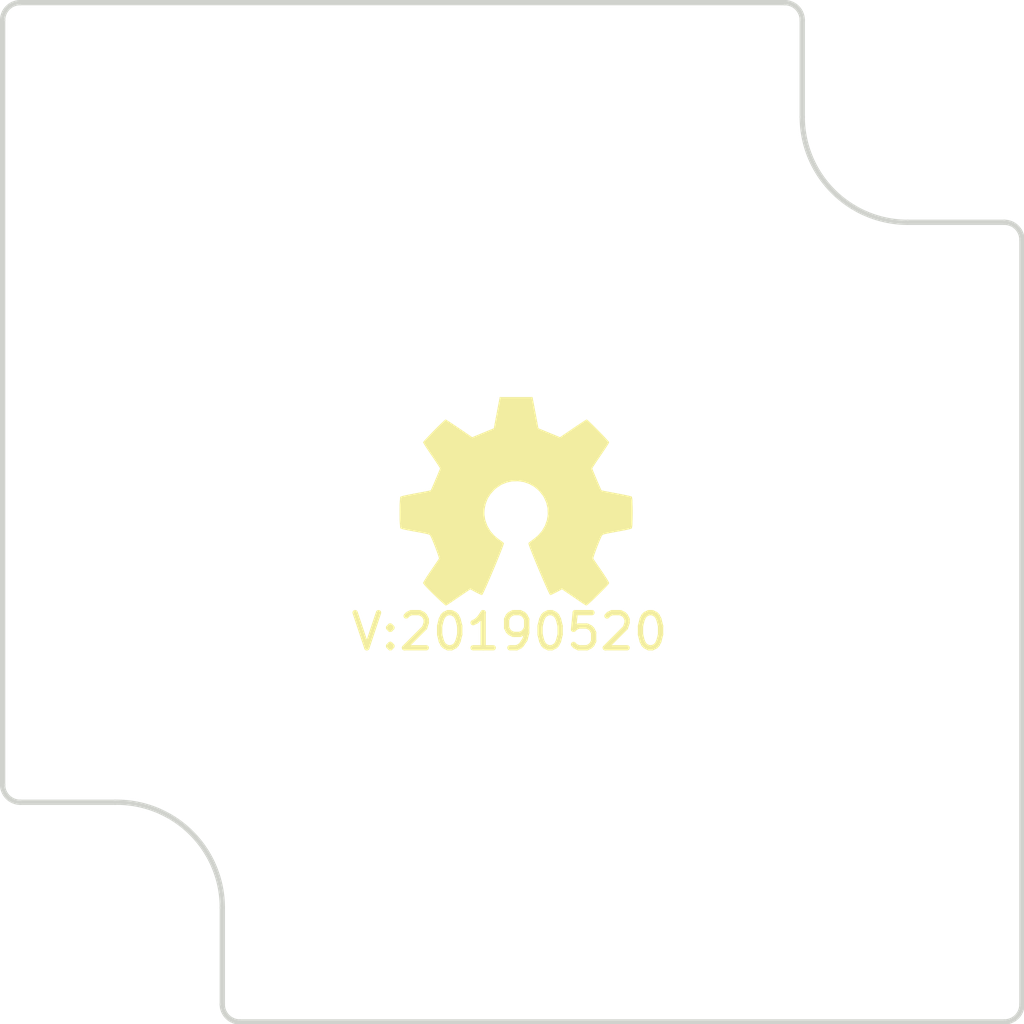
<source format=kicad_pcb>
(kicad_pcb (version 20171130) (host pcbnew 5.1.2-f72e74a~84~ubuntu18.04.1)

  (general
    (thickness 1.6)
    (drawings 16)
    (tracks 0)
    (zones 0)
    (modules 4)
    (nets 1)
  )

  (page A4)
  (layers
    (0 F.Cu signal)
    (31 B.Cu signal)
    (32 B.Adhes user)
    (33 F.Adhes user)
    (34 B.Paste user)
    (35 F.Paste user)
    (36 B.SilkS user)
    (37 F.SilkS user)
    (38 B.Mask user)
    (39 F.Mask user)
    (40 Dwgs.User user)
    (41 Cmts.User user)
    (42 Eco1.User user)
    (43 Eco2.User user)
    (44 Edge.Cuts user)
    (45 Margin user)
    (46 B.CrtYd user)
    (47 F.CrtYd user)
    (48 B.Fab user)
    (49 F.Fab user)
  )

  (setup
    (last_trace_width 0.1524)
    (user_trace_width 0.1524)
    (user_trace_width 0.2)
    (user_trace_width 0.3)
    (user_trace_width 0.4)
    (user_trace_width 0.6)
    (user_trace_width 1)
    (user_trace_width 1.5)
    (user_trace_width 2)
    (trace_clearance 0.1524)
    (zone_clearance 0.508)
    (zone_45_only no)
    (trace_min 0.1524)
    (via_size 0.381)
    (via_drill 0.254)
    (via_min_size 0.381)
    (via_min_drill 0.254)
    (user_via 0.4 0.254)
    (user_via 0.6 0.4)
    (user_via 0.8 0.6)
    (user_via 1 0.8)
    (user_via 1.3 1)
    (user_via 1.5 1.2)
    (user_via 1.7 1.4)
    (user_via 1.9 1.6)
    (uvia_size 0.381)
    (uvia_drill 0.254)
    (uvias_allowed no)
    (uvia_min_size 0.381)
    (uvia_min_drill 0.254)
    (edge_width 0.15)
    (segment_width 0.2)
    (pcb_text_width 0.3)
    (pcb_text_size 1.5 1.5)
    (mod_edge_width 0.15)
    (mod_text_size 1 1)
    (mod_text_width 0.15)
    (pad_size 1.524 1.524)
    (pad_drill 0.762)
    (pad_to_mask_clearance 0.1)
    (solder_mask_min_width 0.15)
    (aux_axis_origin 0 0)
    (visible_elements FFFFFF7F)
    (pcbplotparams
      (layerselection 0x010fc_ffffffff)
      (usegerberextensions true)
      (usegerberattributes false)
      (usegerberadvancedattributes false)
      (creategerberjobfile false)
      (excludeedgelayer true)
      (linewidth 0.100000)
      (plotframeref false)
      (viasonmask false)
      (mode 1)
      (useauxorigin false)
      (hpglpennumber 1)
      (hpglpenspeed 20)
      (hpglpendiameter 15.000000)
      (psnegative false)
      (psa4output false)
      (plotreference true)
      (plotvalue true)
      (plotinvisibletext false)
      (padsonsilk false)
      (subtractmaskfromsilk false)
      (outputformat 1)
      (mirror false)
      (drillshape 0)
      (scaleselection 1)
      (outputdirectory "OSH_Park_2_layer_plots"))
  )

  (net 0 "")

  (net_class Default "This is the default net class."
    (clearance 0.1524)
    (trace_width 0.1524)
    (via_dia 0.381)
    (via_drill 0.254)
    (uvia_dia 0.381)
    (uvia_drill 0.254)
  )

  (module Symbols:OSHW-Symbol_6.7x6mm_SilkScreen (layer F.Cu) (tedit 0) (tstamp 5A135134)
    (at 148 101)
    (descr "Open Source Hardware Symbol")
    (tags "Logo Symbol OSHW")
    (path /5A135869)
    (attr virtual)
    (fp_text reference N1 (at 0 0) (layer F.SilkS) hide
      (effects (font (size 1 1) (thickness 0.15)))
    )
    (fp_text value OHWLOGO (at 0.75 0) (layer F.Fab) hide
      (effects (font (size 1 1) (thickness 0.15)))
    )
    (fp_poly (pts (xy 0.555814 -2.531069) (xy 0.639635 -2.086445) (xy 0.94892 -1.958947) (xy 1.258206 -1.831449)
      (xy 1.629246 -2.083754) (xy 1.733157 -2.154004) (xy 1.827087 -2.216728) (xy 1.906652 -2.269062)
      (xy 1.96747 -2.308143) (xy 2.005157 -2.331107) (xy 2.015421 -2.336058) (xy 2.03391 -2.323324)
      (xy 2.07342 -2.288118) (xy 2.129522 -2.234938) (xy 2.197787 -2.168282) (xy 2.273786 -2.092646)
      (xy 2.353092 -2.012528) (xy 2.431275 -1.932426) (xy 2.503907 -1.856836) (xy 2.566559 -1.790255)
      (xy 2.614803 -1.737182) (xy 2.64421 -1.702113) (xy 2.651241 -1.690377) (xy 2.641123 -1.66874)
      (xy 2.612759 -1.621338) (xy 2.569129 -1.552807) (xy 2.513218 -1.467785) (xy 2.448006 -1.370907)
      (xy 2.410219 -1.31565) (xy 2.341343 -1.214752) (xy 2.28014 -1.123701) (xy 2.229578 -1.04703)
      (xy 2.192628 -0.989272) (xy 2.172258 -0.954957) (xy 2.169197 -0.947746) (xy 2.176136 -0.927252)
      (xy 2.195051 -0.879487) (xy 2.223087 -0.811168) (xy 2.257391 -0.729011) (xy 2.295109 -0.63973)
      (xy 2.333387 -0.550042) (xy 2.36937 -0.466662) (xy 2.400206 -0.396306) (xy 2.423039 -0.34569)
      (xy 2.435017 -0.321529) (xy 2.435724 -0.320578) (xy 2.454531 -0.315964) (xy 2.504618 -0.305672)
      (xy 2.580793 -0.290713) (xy 2.677865 -0.272099) (xy 2.790643 -0.250841) (xy 2.856442 -0.238582)
      (xy 2.97695 -0.215638) (xy 3.085797 -0.193805) (xy 3.177476 -0.174278) (xy 3.246481 -0.158252)
      (xy 3.287304 -0.146921) (xy 3.295511 -0.143326) (xy 3.303548 -0.118994) (xy 3.310033 -0.064041)
      (xy 3.31497 0.015108) (xy 3.318364 0.112026) (xy 3.320218 0.220287) (xy 3.320538 0.333465)
      (xy 3.319327 0.445135) (xy 3.31659 0.548868) (xy 3.312331 0.638241) (xy 3.306555 0.706826)
      (xy 3.299267 0.748197) (xy 3.294895 0.75681) (xy 3.268764 0.767133) (xy 3.213393 0.781892)
      (xy 3.136107 0.799352) (xy 3.04423 0.81778) (xy 3.012158 0.823741) (xy 2.857524 0.852066)
      (xy 2.735375 0.874876) (xy 2.641673 0.89308) (xy 2.572384 0.907583) (xy 2.523471 0.919292)
      (xy 2.490897 0.929115) (xy 2.470628 0.937956) (xy 2.458626 0.946724) (xy 2.456947 0.948457)
      (xy 2.440184 0.976371) (xy 2.414614 1.030695) (xy 2.382788 1.104777) (xy 2.34726 1.191965)
      (xy 2.310583 1.285608) (xy 2.275311 1.379052) (xy 2.243996 1.465647) (xy 2.219193 1.53874)
      (xy 2.203454 1.591678) (xy 2.199332 1.617811) (xy 2.199676 1.618726) (xy 2.213641 1.640086)
      (xy 2.245322 1.687084) (xy 2.291391 1.754827) (xy 2.348518 1.838423) (xy 2.413373 1.932982)
      (xy 2.431843 1.959854) (xy 2.497699 2.057275) (xy 2.55565 2.146163) (xy 2.602538 2.221412)
      (xy 2.635207 2.27792) (xy 2.6505 2.310581) (xy 2.651241 2.314593) (xy 2.638392 2.335684)
      (xy 2.602888 2.377464) (xy 2.549293 2.435445) (xy 2.482171 2.505135) (xy 2.406087 2.582045)
      (xy 2.325604 2.661683) (xy 2.245287 2.739561) (xy 2.169699 2.811186) (xy 2.103405 2.87207)
      (xy 2.050969 2.917721) (xy 2.016955 2.94365) (xy 2.007545 2.947883) (xy 1.985643 2.937912)
      (xy 1.9408 2.91102) (xy 1.880321 2.871736) (xy 1.833789 2.840117) (xy 1.749475 2.782098)
      (xy 1.649626 2.713784) (xy 1.549473 2.645579) (xy 1.495627 2.609075) (xy 1.313371 2.4858)
      (xy 1.160381 2.56852) (xy 1.090682 2.604759) (xy 1.031414 2.632926) (xy 0.991311 2.648991)
      (xy 0.981103 2.651226) (xy 0.968829 2.634722) (xy 0.944613 2.588082) (xy 0.910263 2.515609)
      (xy 0.867588 2.421606) (xy 0.818394 2.310374) (xy 0.76449 2.186215) (xy 0.707684 2.053432)
      (xy 0.649782 1.916327) (xy 0.592593 1.779202) (xy 0.537924 1.646358) (xy 0.487584 1.522098)
      (xy 0.44338 1.410725) (xy 0.407119 1.316539) (xy 0.380609 1.243844) (xy 0.365658 1.196941)
      (xy 0.363254 1.180833) (xy 0.382311 1.160286) (xy 0.424036 1.126933) (xy 0.479706 1.087702)
      (xy 0.484378 1.084599) (xy 0.628264 0.969423) (xy 0.744283 0.835053) (xy 0.83143 0.685784)
      (xy 0.888699 0.525913) (xy 0.915086 0.359737) (xy 0.909585 0.191552) (xy 0.87119 0.025655)
      (xy 0.798895 -0.133658) (xy 0.777626 -0.168513) (xy 0.666996 -0.309263) (xy 0.536302 -0.422286)
      (xy 0.390064 -0.506997) (xy 0.232808 -0.562806) (xy 0.069057 -0.589126) (xy -0.096667 -0.58537)
      (xy -0.259838 -0.55095) (xy -0.415935 -0.485277) (xy -0.560433 -0.387765) (xy -0.605131 -0.348187)
      (xy -0.718888 -0.224297) (xy -0.801782 -0.093876) (xy -0.858644 0.052315) (xy -0.890313 0.197088)
      (xy -0.898131 0.35986) (xy -0.872062 0.52344) (xy -0.814755 0.682298) (xy -0.728856 0.830906)
      (xy -0.617014 0.963735) (xy -0.481877 1.075256) (xy -0.464117 1.087011) (xy -0.40785 1.125508)
      (xy -0.365077 1.158863) (xy -0.344628 1.18016) (xy -0.344331 1.180833) (xy -0.348721 1.203871)
      (xy -0.366124 1.256157) (xy -0.394732 1.33339) (xy -0.432735 1.431268) (xy -0.478326 1.545491)
      (xy -0.529697 1.671758) (xy -0.585038 1.805767) (xy -0.642542 1.943218) (xy -0.700399 2.079808)
      (xy -0.756802 2.211237) (xy -0.809942 2.333205) (xy -0.85801 2.441409) (xy -0.899199 2.531549)
      (xy -0.931699 2.599323) (xy -0.953703 2.64043) (xy -0.962564 2.651226) (xy -0.98964 2.642819)
      (xy -1.040303 2.620272) (xy -1.105817 2.587613) (xy -1.141841 2.56852) (xy -1.294832 2.4858)
      (xy -1.477088 2.609075) (xy -1.570125 2.672228) (xy -1.671985 2.741727) (xy -1.767438 2.807165)
      (xy -1.81525 2.840117) (xy -1.882495 2.885273) (xy -1.939436 2.921057) (xy -1.978646 2.942938)
      (xy -1.991381 2.947563) (xy -2.009917 2.935085) (xy -2.050941 2.900252) (xy -2.110475 2.846678)
      (xy -2.184542 2.777983) (xy -2.269165 2.697781) (xy -2.322685 2.646286) (xy -2.416319 2.554286)
      (xy -2.497241 2.471999) (xy -2.562177 2.402945) (xy -2.607858 2.350644) (xy -2.631011 2.318616)
      (xy -2.633232 2.312116) (xy -2.622924 2.287394) (xy -2.594439 2.237405) (xy -2.550937 2.167212)
      (xy -2.495577 2.081875) (xy -2.43152 1.986456) (xy -2.413303 1.959854) (xy -2.346927 1.863167)
      (xy -2.287378 1.776117) (xy -2.237984 1.703595) (xy -2.202075 1.650493) (xy -2.182981 1.621703)
      (xy -2.181136 1.618726) (xy -2.183895 1.595782) (xy -2.198538 1.545336) (xy -2.222513 1.474041)
      (xy -2.253266 1.388547) (xy -2.288244 1.295507) (xy -2.324893 1.201574) (xy -2.360661 1.113399)
      (xy -2.392994 1.037634) (xy -2.419338 0.980931) (xy -2.437142 0.949943) (xy -2.438407 0.948457)
      (xy -2.449294 0.939601) (xy -2.467682 0.930843) (xy -2.497606 0.921277) (xy -2.543103 0.909996)
      (xy -2.608209 0.896093) (xy -2.696961 0.878663) (xy -2.813393 0.856798) (xy -2.961542 0.829591)
      (xy -2.993618 0.823741) (xy -3.088686 0.805374) (xy -3.171565 0.787405) (xy -3.23493 0.771569)
      (xy -3.271458 0.7596) (xy -3.276356 0.75681) (xy -3.284427 0.732072) (xy -3.290987 0.67679)
      (xy -3.296033 0.597389) (xy -3.299559 0.500296) (xy -3.301561 0.391938) (xy -3.302036 0.27874)
      (xy -3.300977 0.167128) (xy -3.298382 0.063529) (xy -3.294246 -0.025632) (xy -3.288563 -0.093928)
      (xy -3.281331 -0.134934) (xy -3.276971 -0.143326) (xy -3.252698 -0.151792) (xy -3.197426 -0.165565)
      (xy -3.116662 -0.18345) (xy -3.015912 -0.204252) (xy -2.900683 -0.226777) (xy -2.837902 -0.238582)
      (xy -2.718787 -0.260849) (xy -2.612565 -0.281021) (xy -2.524427 -0.298085) (xy -2.459566 -0.311031)
      (xy -2.423174 -0.318845) (xy -2.417184 -0.320578) (xy -2.407061 -0.34011) (xy -2.385662 -0.387157)
      (xy -2.355839 -0.454997) (xy -2.320445 -0.536909) (xy -2.282332 -0.626172) (xy -2.244353 -0.716065)
      (xy -2.20936 -0.799865) (xy -2.180206 -0.870853) (xy -2.159743 -0.922306) (xy -2.150823 -0.947503)
      (xy -2.150657 -0.948604) (xy -2.160769 -0.968481) (xy -2.189117 -1.014223) (xy -2.232723 -1.081283)
      (xy -2.288606 -1.165116) (xy -2.353787 -1.261174) (xy -2.391679 -1.31635) (xy -2.460725 -1.417519)
      (xy -2.52205 -1.50937) (xy -2.572663 -1.587256) (xy -2.609571 -1.646531) (xy -2.629782 -1.682549)
      (xy -2.632701 -1.690623) (xy -2.620153 -1.709416) (xy -2.585463 -1.749543) (xy -2.533063 -1.806507)
      (xy -2.467384 -1.875815) (xy -2.392856 -1.952969) (xy -2.313913 -2.033475) (xy -2.234983 -2.112837)
      (xy -2.1605 -2.18656) (xy -2.094894 -2.250148) (xy -2.042596 -2.299106) (xy -2.008039 -2.328939)
      (xy -1.996478 -2.336058) (xy -1.977654 -2.326047) (xy -1.932631 -2.297922) (xy -1.865787 -2.254546)
      (xy -1.781499 -2.198782) (xy -1.684144 -2.133494) (xy -1.610707 -2.083754) (xy -1.239667 -1.831449)
      (xy -0.621095 -2.086445) (xy -0.537275 -2.531069) (xy -0.453454 -2.975693) (xy 0.471994 -2.975693)
      (xy 0.555814 -2.531069)) (layer F.SilkS) (width 0.01))
  )

  (module SquantorLabels:Label_version (layer F.Cu) (tedit 5B5A1E49) (tstamp 5B96DD88)
    (at 148.9 104.8)
    (path /5A1357A5)
    (fp_text reference N2 (at 0 1.4) (layer F.Fab) hide
      (effects (font (size 1 1) (thickness 0.15)))
    )
    (fp_text value 20190520 (at -0.4 -0.1) (layer F.SilkS)
      (effects (font (size 1 1) (thickness 0.15)))
    )
    (fp_text user V: (at -4.9 -0.1) (layer F.SilkS)
      (effects (font (size 1 1) (thickness 0.15)))
    )
  )

  (module SquantorPcbOutline:MountingHole_2.5mm_no_metal locked (layer F.Cu) (tedit 5C816C3B) (tstamp 5C8172B0)
    (at 139.15 89.55)
    (path /5C816D19)
    (fp_text reference H1 (at 0 -1.95) (layer F.SilkS) hide
      (effects (font (size 1 1) (thickness 0.15)))
    )
    (fp_text value Drill_Hole_no_metal (at 0 1.85) (layer F.Fab) hide
      (effects (font (size 1 1) (thickness 0.15)))
    )
    (pad "" np_thru_hole circle (at 0 0) (size 2.5 2.5) (drill 2.5) (layers *.Cu *.Mask))
  )

  (module SquantorPcbOutline:MountingHole_2.5mm_no_metal locked (layer F.Cu) (tedit 5C816C2A) (tstamp 5C8172B5)
    (at 156.65 113.05)
    (path /5C816C08)
    (fp_text reference H2 (at 0 2.05) (layer F.SilkS) hide
      (effects (font (size 1 1) (thickness 0.15)))
    )
    (fp_text value Drill_Hole_no_metal (at 0 3) (layer F.Fab) hide
      (effects (font (size 1 1) (thickness 0.15)))
    )
    (pad "" np_thru_hole circle (at 0 0) (size 2.5 2.5) (drill 2.5) (layers *.Cu *.Mask))
  )

  (gr_arc (start 136.65 112.549583) (end 139.65 112.549583) (angle -90.95484125) (layer Edge.Cuts) (width 0.15) (tstamp 5C8173A2))
  (gr_arc (start 161.9 93.55) (end 162.4 93.55) (angle -90) (layer Edge.Cuts) (width 0.15) (tstamp 5C81739D))
  (gr_arc (start 161.9 115.3) (end 161.9 115.8) (angle -90) (layer Edge.Cuts) (width 0.15) (tstamp 5C817399))
  (gr_arc (start 140.15 115.3) (end 139.65 115.3) (angle -90) (layer Edge.Cuts) (width 0.15) (tstamp 5C817397))
  (gr_arc (start 133.9 109.05) (end 133.4 109.05) (angle -90) (layer Edge.Cuts) (width 0.15) (tstamp 5C817393))
  (gr_arc (start 133.9 87.3) (end 133.9 86.8) (angle -90) (layer Edge.Cuts) (width 0.15) (tstamp 5C81738B))
  (gr_line (start 133.4 109.05) (end 133.4 87.3) (layer Edge.Cuts) (width 0.15))
  (gr_line (start 136.600007 109.55) (end 133.9 109.55) (layer Edge.Cuts) (width 0.15))
  (gr_line (start 139.65 115.3) (end 139.65 112.549583) (layer Edge.Cuts) (width 0.15))
  (gr_line (start 161.9 115.8) (end 140.15 115.8) (layer Edge.Cuts) (width 0.15))
  (gr_line (start 162.4 93.55) (end 162.4 115.3) (layer Edge.Cuts) (width 0.15))
  (gr_line (start 159.149999 93.05) (end 161.9 93.05) (layer Edge.Cuts) (width 0.15))
  (gr_arc (start 159.15 90.05) (end 156.15 90.05) (angle -89.9999809) (layer Edge.Cuts) (width 0.15))
  (gr_line (start 156.15 87.3) (end 156.15 90.05) (layer Edge.Cuts) (width 0.15))
  (gr_arc (start 155.65 87.3) (end 156.15 87.3) (angle -90) (layer Edge.Cuts) (width 0.15))
  (gr_line (start 133.9 86.8) (end 155.65 86.8) (layer Edge.Cuts) (width 0.15))

)

</source>
